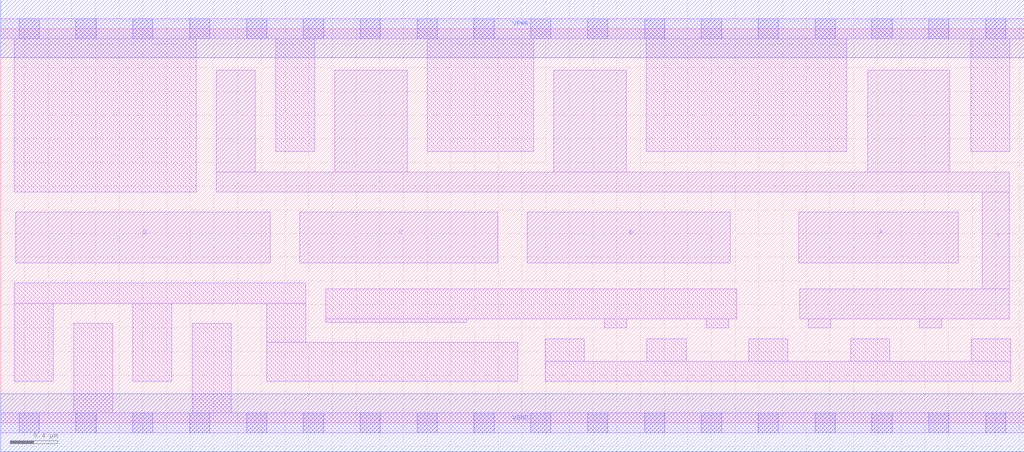
<source format=lef>
# Copyright 2020 The SkyWater PDK Authors
#
# Licensed under the Apache License, Version 2.0 (the "License");
# you may not use this file except in compliance with the License.
# You may obtain a copy of the License at
#
#     https://www.apache.org/licenses/LICENSE-2.0
#
# Unless required by applicable law or agreed to in writing, software
# distributed under the License is distributed on an "AS IS" BASIS,
# WITHOUT WARRANTIES OR CONDITIONS OF ANY KIND, either express or implied.
# See the License for the specific language governing permissions and
# limitations under the License.
#
# SPDX-License-Identifier: Apache-2.0

VERSION 5.7 ;
  NAMESCASESENSITIVE ON ;
  NOWIREEXTENSIONATPIN ON ;
  DIVIDERCHAR "/" ;
  BUSBITCHARS "[]" ;
UNITS
  DATABASE MICRONS 200 ;
END UNITS
MACRO sky130_fd_sc_hs__nand4_4
  CLASS CORE ;
  SOURCE USER ;
  FOREIGN sky130_fd_sc_hs__nand4_4 ;
  ORIGIN  0.000000  0.000000 ;
  SIZE  8.640000 BY  3.330000 ;
  SYMMETRY X Y ;
  SITE unit ;
  PIN A
    ANTENNAGATEAREA  0.780000 ;
    DIRECTION INPUT ;
    USE SIGNAL ;
    PORT
      LAYER li1 ;
        RECT 6.735000 1.350000 8.085000 1.780000 ;
    END
  END A
  PIN B
    ANTENNAGATEAREA  0.780000 ;
    DIRECTION INPUT ;
    USE SIGNAL ;
    PORT
      LAYER li1 ;
        RECT 4.445000 1.350000 6.160000 1.780000 ;
    END
  END B
  PIN C
    ANTENNAGATEAREA  0.780000 ;
    DIRECTION INPUT ;
    USE SIGNAL ;
    PORT
      LAYER li1 ;
        RECT 2.525000 1.350000 4.195000 1.780000 ;
    END
  END C
  PIN D
    ANTENNAGATEAREA  0.780000 ;
    DIRECTION INPUT ;
    USE SIGNAL ;
    PORT
      LAYER li1 ;
        RECT 0.125000 1.350000 2.275000 1.780000 ;
    END
  END D
  PIN Y
    ANTENNADIFFAREA  3.321600 ;
    DIRECTION OUTPUT ;
    USE SIGNAL ;
    PORT
      LAYER li1 ;
        RECT 1.820000 1.950000 8.515000 2.120000 ;
        RECT 1.820000 2.120000 2.150000 2.980000 ;
        RECT 2.820000 2.120000 3.430000 2.980000 ;
        RECT 4.670000 2.120000 5.280000 2.980000 ;
        RECT 6.745000 0.880000 8.515000 1.130000 ;
        RECT 6.815000 0.800000 7.005000 0.880000 ;
        RECT 7.320000 2.120000 8.010000 2.980000 ;
        RECT 7.755000 0.800000 7.945000 0.880000 ;
        RECT 8.285000 1.130000 8.515000 1.950000 ;
    END
  END Y
  PIN VGND
    DIRECTION INOUT ;
    USE GROUND ;
    PORT
      LAYER met1 ;
        RECT 0.000000 -0.245000 8.640000 0.245000 ;
    END
  END VGND
  PIN VPWR
    DIRECTION INOUT ;
    USE POWER ;
    PORT
      LAYER met1 ;
        RECT 0.000000 3.085000 8.640000 3.575000 ;
    END
  END VPWR
  OBS
    LAYER li1 ;
      RECT 0.000000 -0.085000 8.640000 0.085000 ;
      RECT 0.000000  3.245000 8.640000 3.415000 ;
      RECT 0.115000  0.350000 0.445000 1.010000 ;
      RECT 0.115000  1.010000 2.575000 1.180000 ;
      RECT 0.115000  1.950000 1.650000 3.245000 ;
      RECT 0.615000  0.085000 0.945000 0.840000 ;
      RECT 1.115000  0.350000 1.445000 1.010000 ;
      RECT 1.615000  0.085000 1.945000 0.840000 ;
      RECT 2.245000  0.350000 4.365000 0.680000 ;
      RECT 2.245000  0.680000 2.575000 1.010000 ;
      RECT 2.320000  2.290000 2.650000 3.245000 ;
      RECT 2.745000  0.850000 3.935000 0.880000 ;
      RECT 2.745000  0.880000 6.215000 1.130000 ;
      RECT 3.600000  2.290000 4.500000 3.245000 ;
      RECT 4.595000  0.350000 8.525000 0.520000 ;
      RECT 4.595000  0.520000 4.925000 0.710000 ;
      RECT 5.095000  0.800000 5.285000 0.880000 ;
      RECT 5.450000  2.290000 7.140000 3.245000 ;
      RECT 5.455000  0.520000 5.785000 0.710000 ;
      RECT 5.955000  0.800000 6.145000 0.880000 ;
      RECT 6.315000  0.520000 6.645000 0.710000 ;
      RECT 7.175000  0.520000 7.505000 0.710000 ;
      RECT 8.190000  2.290000 8.520000 3.245000 ;
      RECT 8.195000  0.520000 8.525000 0.710000 ;
    LAYER mcon ;
      RECT 0.155000 -0.085000 0.325000 0.085000 ;
      RECT 0.155000  3.245000 0.325000 3.415000 ;
      RECT 0.635000 -0.085000 0.805000 0.085000 ;
      RECT 0.635000  3.245000 0.805000 3.415000 ;
      RECT 1.115000 -0.085000 1.285000 0.085000 ;
      RECT 1.115000  3.245000 1.285000 3.415000 ;
      RECT 1.595000 -0.085000 1.765000 0.085000 ;
      RECT 1.595000  3.245000 1.765000 3.415000 ;
      RECT 2.075000 -0.085000 2.245000 0.085000 ;
      RECT 2.075000  3.245000 2.245000 3.415000 ;
      RECT 2.555000 -0.085000 2.725000 0.085000 ;
      RECT 2.555000  3.245000 2.725000 3.415000 ;
      RECT 3.035000 -0.085000 3.205000 0.085000 ;
      RECT 3.035000  3.245000 3.205000 3.415000 ;
      RECT 3.515000 -0.085000 3.685000 0.085000 ;
      RECT 3.515000  3.245000 3.685000 3.415000 ;
      RECT 3.995000 -0.085000 4.165000 0.085000 ;
      RECT 3.995000  3.245000 4.165000 3.415000 ;
      RECT 4.475000 -0.085000 4.645000 0.085000 ;
      RECT 4.475000  3.245000 4.645000 3.415000 ;
      RECT 4.955000 -0.085000 5.125000 0.085000 ;
      RECT 4.955000  3.245000 5.125000 3.415000 ;
      RECT 5.435000 -0.085000 5.605000 0.085000 ;
      RECT 5.435000  3.245000 5.605000 3.415000 ;
      RECT 5.915000 -0.085000 6.085000 0.085000 ;
      RECT 5.915000  3.245000 6.085000 3.415000 ;
      RECT 6.395000 -0.085000 6.565000 0.085000 ;
      RECT 6.395000  3.245000 6.565000 3.415000 ;
      RECT 6.875000 -0.085000 7.045000 0.085000 ;
      RECT 6.875000  3.245000 7.045000 3.415000 ;
      RECT 7.355000 -0.085000 7.525000 0.085000 ;
      RECT 7.355000  3.245000 7.525000 3.415000 ;
      RECT 7.835000 -0.085000 8.005000 0.085000 ;
      RECT 7.835000  3.245000 8.005000 3.415000 ;
      RECT 8.315000 -0.085000 8.485000 0.085000 ;
      RECT 8.315000  3.245000 8.485000 3.415000 ;
  END
END sky130_fd_sc_hs__nand4_4

</source>
